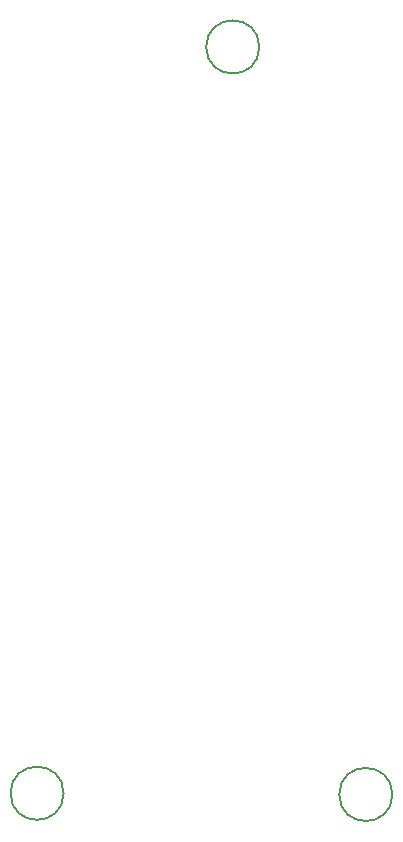
<source format=gbr>
%TF.GenerationSoftware,KiCad,Pcbnew,7.0.10*%
%TF.CreationDate,2024-03-24T00:00:08+05:30*%
%TF.ProjectId,rp2040-basic-m1,72703230-3430-42d6-9261-7369632d6d31,V2.2.5*%
%TF.SameCoordinates,Original*%
%TF.FileFunction,Other,Comment*%
%FSLAX46Y46*%
G04 Gerber Fmt 4.6, Leading zero omitted, Abs format (unit mm)*
G04 Created by KiCad (PCBNEW 7.0.10) date 2024-03-24 00:00:08*
%MOMM*%
%LPD*%
G01*
G04 APERTURE LIST*
%ADD10C,0.150000*%
G04 APERTURE END LIST*
D10*
%TO.C,REF\u002A\u002A*%
X98620000Y-24760500D02*
G75*
G03*
X94120000Y-24760500I-2250000J0D01*
G01*
X94120000Y-24760500D02*
G75*
G03*
X98620000Y-24760500I2250000J0D01*
G01*
X109880000Y-88050500D02*
G75*
G03*
X105380000Y-88050500I-2250000J0D01*
G01*
X105380000Y-88050500D02*
G75*
G03*
X109880000Y-88050500I2250000J0D01*
G01*
X82050000Y-87950000D02*
G75*
G03*
X77550000Y-87950000I-2250000J0D01*
G01*
X77550000Y-87950000D02*
G75*
G03*
X82050000Y-87950000I2250000J0D01*
G01*
%TD*%
M02*

</source>
